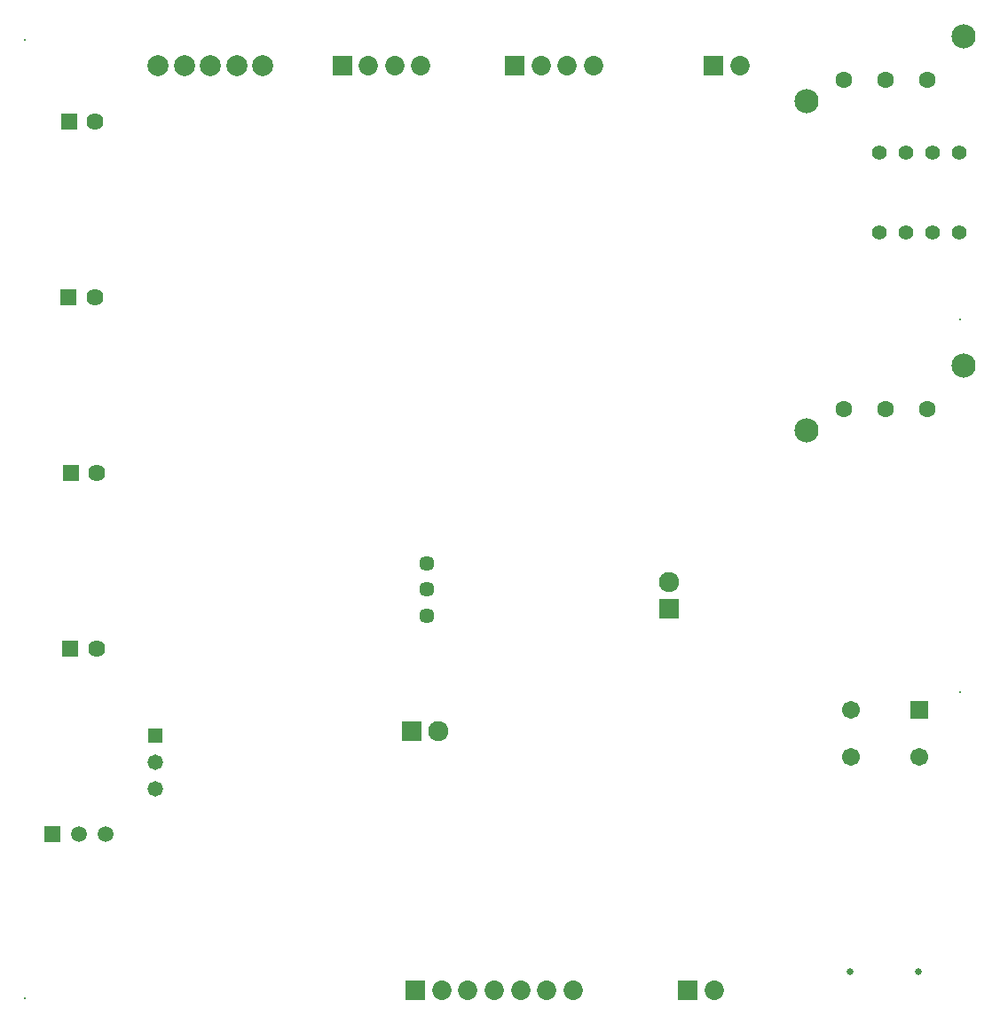
<source format=gbs>
G04 Layer_Color=16711935*
%FSLAX25Y25*%
%MOIN*%
G70*
G01*
G75*
%ADD101R,0.05820X0.05820*%
%ADD102C,0.05820*%
%ADD103C,0.00800*%
%ADD104C,0.07296*%
%ADD105R,0.07296X0.07296*%
%ADD106C,0.07887*%
%ADD107C,0.02670*%
%ADD108C,0.07591*%
%ADD109R,0.07591X0.07591*%
%ADD110R,0.07591X0.07591*%
%ADD111R,0.06375X0.06375*%
%ADD112C,0.06375*%
%ADD113C,0.06312*%
%ADD114C,0.09068*%
%ADD115C,0.05591*%
%ADD116C,0.06706*%
%ADD117R,0.06706X0.06706*%
%ADD118R,0.05918X0.05918*%
%ADD119C,0.05918*%
%ADD120C,0.05725*%
D101*
X59000Y108500D02*
D03*
D102*
Y98500D02*
D03*
Y88500D02*
D03*
D103*
X361281Y125000D02*
D03*
Y265000D02*
D03*
X10000Y369841D02*
D03*
Y10000D02*
D03*
D104*
X278626Y360312D02*
D03*
X203933Y360261D02*
D03*
X213776D02*
D03*
X223618D02*
D03*
X268843Y13100D02*
D03*
X166642D02*
D03*
X176485D02*
D03*
X186328D02*
D03*
X196170D02*
D03*
X206013D02*
D03*
X215855D02*
D03*
X139083Y360261D02*
D03*
X148925D02*
D03*
X158768D02*
D03*
D105*
X268784Y360312D02*
D03*
X194091Y360261D02*
D03*
X259000Y13100D02*
D03*
X156800D02*
D03*
X129240Y360261D02*
D03*
D106*
X60000Y360262D02*
D03*
X69842D02*
D03*
X79685D02*
D03*
X89528D02*
D03*
X99370D02*
D03*
D107*
X345818Y19953D02*
D03*
X319834D02*
D03*
D108*
X252100Y166200D02*
D03*
X165300Y110400D02*
D03*
D109*
X252100Y156200D02*
D03*
D110*
X155300Y110400D02*
D03*
D111*
X26561Y339290D02*
D03*
X26412Y273345D02*
D03*
X27212Y207400D02*
D03*
X27112Y141455D02*
D03*
D112*
X36403Y339290D02*
D03*
X36254Y273345D02*
D03*
X37054Y207400D02*
D03*
X36954Y141455D02*
D03*
D113*
X349000Y231156D02*
D03*
X333252D02*
D03*
X317504D02*
D03*
X349000Y354800D02*
D03*
X333252D02*
D03*
X317504D02*
D03*
D114*
X303724Y223282D02*
D03*
X362779Y247692D02*
D03*
X303724Y346926D02*
D03*
X362779Y371335D02*
D03*
D115*
X360897Y327575D02*
D03*
X350897D02*
D03*
X340897D02*
D03*
X330897D02*
D03*
X360897Y297575D02*
D03*
X350897D02*
D03*
X340897D02*
D03*
X330897D02*
D03*
D116*
X320457Y100584D02*
D03*
X346047D02*
D03*
X320457Y118300D02*
D03*
D117*
X346047D02*
D03*
D118*
X20401Y71460D02*
D03*
D119*
X30401D02*
D03*
X40401D02*
D03*
D120*
X160900Y173343D02*
D03*
Y163500D02*
D03*
Y153657D02*
D03*
M02*

</source>
